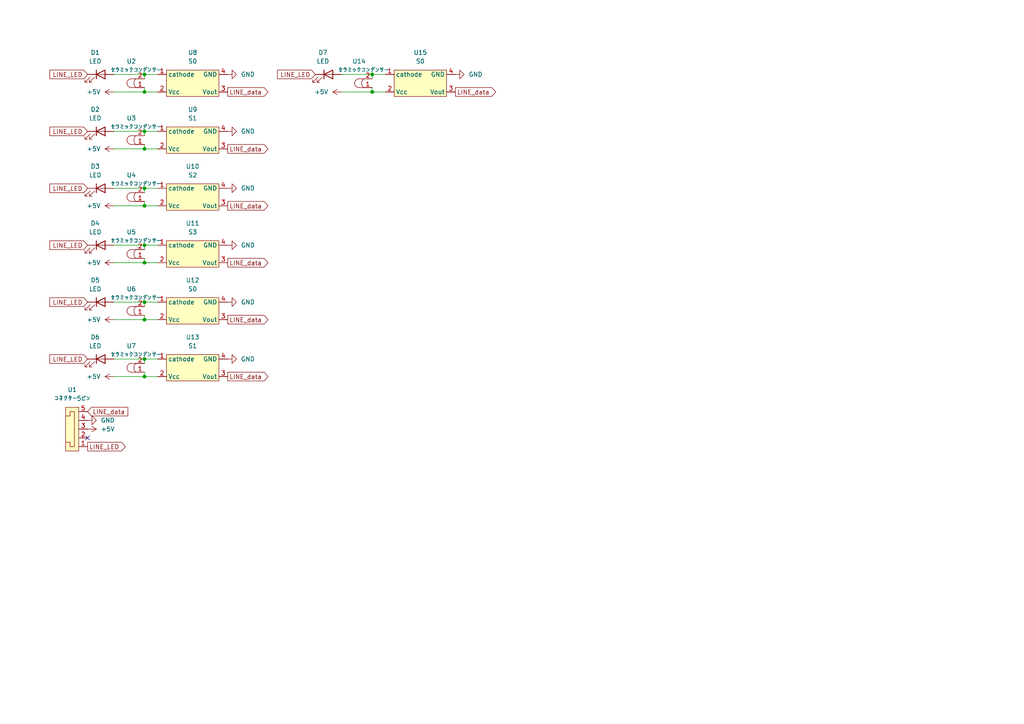
<source format=kicad_sch>
(kicad_sch (version 20211123) (generator eeschema)
  (paper "A4")
  (lib_symbols
    (symbol "Device:LED" (pin_numbers hide) (pin_names (offset 1.016) hide)
      (property "Reference" "D" (at 0 2.54 0))
      (property "Value" "LED" (at 0 -2.54 0))
      (symbol "LED_0_1"
        (polyline (pts (xy -1.27 -1.27) (xy -1.27 1.27)) (stroke (width 0.254)))
        (polyline (pts (xy -1.27 0) (xy 1.27 0)))
        (polyline (pts (xy 1.27 -1.27) (xy 1.27 1.27) (xy -1.27 0) (xy 1.27 -1.27)) (stroke (width 0.254)))
        (polyline (pts (xy -3.048 -0.762) (xy -4.572 -2.286) (xy -3.81 -2.286) (xy -4.572 -2.286) (xy -4.572 -1.524)))
        (polyline (pts (xy -1.778 -0.762) (xy -3.302 -2.286) (xy -2.54 -2.286) (xy -3.302 -2.286) (xy -3.302 -1.524)))
      )
      (symbol "LED_1_1"
        (pin passive line (at -3.81 0 0) (length 2.54) (name "K") (number "1"))
        (pin passive line (at 3.81 0 180) (length 2.54) (name "A") (number "2"))
      )
    )
    (symbol "power:+5V" (power) (pin_names (offset 0))
      (property "Value" "+5V" (at 0 3.556 0))
      (symbol "+5V_0_1"
        (polyline (pts (xy -0.762 1.27) (xy 0 2.54)))
        (polyline (pts (xy 0 0) (xy 0 2.54)))
        (polyline (pts (xy 0 2.54) (xy 0.762 1.27)))
      )
      (symbol "+5V_1_1"
        (pin power_in line (at 0 0 90) (length 0) hide (name "+5V") (number "1"))
      )
    )
    (symbol "power:GND" (power) (pin_names (offset 0))
      (property "Value" "GND" (at 0 -3.81 0))
      (symbol "GND_0_1"
        (polyline (pts (xy 0 0) (xy 0 -1.27) (xy 1.27 -1.27) (xy 0 -2.54) (xy -1.27 -1.27) (xy 0 -1.27)))
      )
      (symbol "GND_1_1"
        (pin power_in line (at 0 0 270) (length 0) hide (name "GND") (number "1"))
      )
    )
    (symbol "自分のシンボルエディター:S4282-51,S7136"
      (property "Reference" "U" (at 0 0 0))
      (property "Value" "S4282-51,S7136" (at 0 2.54 0))
      (symbol "S4282-51,S7136_0_1"
        (rectangle (start -7.62 -1.27) (end 7.62 -8.89) (fill (type background)))
      )
      (symbol "S4282-51,S7136_1_1"
        (pin input line (at -10.16 -2.54 0) (length 2.54) (name "cathode") (number "1"))
        (pin input line (at -10.16 -7.62 0) (length 2.54) (name "Vcc") (number "2"))
        (pin input line (at 10.16 -7.62 180) (length 2.54) (name "Vout") (number "3"))
        (pin input line (at 10.16 -2.54 180) (length 2.54) (name "GND") (number "4"))
      )
    )
    (symbol "自分のシンボルエディター:コネクター5ピン"
      (property "Reference" "U" (at 6.35 0 0))
      (property "Value" "コネクター5ピン" (at 0 0 0))
      (symbol "コネクター5ピン_0_1"
        (rectangle (start -6.35 -1.27) (end 6.35 -5.08) (fill (type background)))
        (polyline (pts (xy -3.81 -2.54) (xy -3.81 -1.27)))
        (polyline (pts (xy -3.81 -2.54) (xy -5.08 -2.54) (xy -5.08 -3.81) (xy 5.08 -3.81) (xy 5.08 -2.54) (xy 3.81 -2.54) (xy 3.81 -1.27)))
      )
      (symbol "コネクター5ピン_1_1"
        (pin input line (at -5.08 -7.62 90) (length 2.54) (name "") (number "1"))
        (pin input line (at -2.54 -7.62 90) (length 2.54) (name "") (number "2"))
        (pin input line (at 0 -7.62 90) (length 2.54) (name "") (number "3"))
        (pin input line (at 2.54 -7.62 90) (length 2.54) (name "") (number "4"))
        (pin input line (at 5.08 -7.62 90) (length 2.54) (name "") (number "5"))
      )
    )
    (symbol "自分のシンボルエディター:セラミックコンデンサー"
      (property "Reference" "U" (at 8.89 0 0))
      (property "Value" "セラミックコンデンサー" (at 0 0 0))
      (symbol "セラミックコンデンサー_0_1"
        (arc (start 0 -1.27) (mid -0.898 -1.642) (end -1.27 -2.54))
        (polyline (pts (xy -1.27 -2.54) (xy -1.27 -3.81)))
        (polyline (pts (xy 1.27 -2.54) (xy 1.27 -3.81)))
        (arc (start 1.27 -3.81) (mid 0 -3.284) (end -1.27 -3.81))
        (arc (start 1.2701 -2.5399) (mid 0.8981 -1.6419) (end 0.0001 -1.2699))
      )
      (symbol "セラミックコンデンサー_1_1"
        (pin input line (at -1.27 -6.35 90) (length 2.54) (name "") (number "1"))
        (pin input line (at 1.27 -6.35 90) (length 2.54) (name "") (number "2"))
      )
    )
  )
  (junction (at 41.91 38.1))
  (junction (at 41.91 87.63))
  (junction (at 41.91 92.71))
  (junction (at 41.91 43.18))
  (junction (at 41.91 26.67))
  (junction (at 41.91 54.61))
  (junction (at 41.91 104.14))
  (junction (at 41.91 109.22))
  (junction (at 107.95 21.59))
  (junction (at 41.91 71.12))
  (junction (at 41.91 59.69))
  (junction (at 41.91 76.2))
  (junction (at 107.95 26.67))
  (junction (at 41.91 21.59))
  (no_connect (at 25.4 127))
  (wire (pts (xy 41.91 21.59) (xy 33.02 21.59)))
  (wire (pts (xy 111.76 26.67) (xy 107.95 26.67)))
  (wire (pts (xy 41.91 87.63) (xy 41.91 88.9)))
  (wire (pts (xy 41.91 107.95) (xy 41.91 109.22)))
  (wire (pts (xy 41.91 71.12) (xy 41.91 72.39)))
  (wire (pts (xy 41.91 38.1) (xy 41.91 39.37)))
  (wire (pts (xy 45.72 43.18) (xy 41.91 43.18)))
  (wire (pts (xy 45.72 109.22) (xy 41.91 109.22)))
  (wire (pts (xy 107.95 25.4) (xy 107.95 26.67)))
  (wire (pts (xy 45.72 38.1) (xy 41.91 38.1)))
  (wire (pts (xy 41.91 87.63) (xy 33.02 87.63)))
  (wire (pts (xy 41.91 76.2) (xy 33.02 76.2)))
  (wire (pts (xy 45.72 26.67) (xy 41.91 26.67)))
  (wire (pts (xy 41.91 21.59) (xy 41.91 22.86)))
  (wire (pts (xy 41.91 92.71) (xy 33.02 92.71)))
  (wire (pts (xy 45.72 76.2) (xy 41.91 76.2)))
  (wire (pts (xy 41.91 54.61) (xy 33.02 54.61)))
  (wire (pts (xy 107.95 21.59) (xy 107.95 22.86)))
  (wire (pts (xy 107.95 21.59) (xy 99.06 21.59)))
  (wire (pts (xy 45.72 87.63) (xy 41.91 87.63)))
  (wire (pts (xy 41.91 38.1) (xy 33.02 38.1)))
  (wire (pts (xy 41.91 59.69) (xy 33.02 59.69)))
  (wire (pts (xy 41.91 26.67) (xy 33.02 26.67)))
  (wire (pts (xy 107.95 26.67) (xy 99.06 26.67)))
  (wire (pts (xy 41.91 74.93) (xy 41.91 76.2)))
  (wire (pts (xy 111.76 21.59) (xy 107.95 21.59)))
  (wire (pts (xy 41.91 109.22) (xy 33.02 109.22)))
  (wire (pts (xy 41.91 58.42) (xy 41.91 59.69)))
  (wire (pts (xy 45.72 71.12) (xy 41.91 71.12)))
  (wire (pts (xy 41.91 54.61) (xy 41.91 55.88)))
  (wire (pts (xy 41.91 91.44) (xy 41.91 92.71)))
  (wire (pts (xy 45.72 92.71) (xy 41.91 92.71)))
  (wire (pts (xy 45.72 54.61) (xy 41.91 54.61)))
  (wire (pts (xy 45.72 21.59) (xy 41.91 21.59)))
  (wire (pts (xy 41.91 104.14) (xy 33.02 104.14)))
  (wire (pts (xy 41.91 104.14) (xy 41.91 105.41)))
  (wire (pts (xy 45.72 104.14) (xy 41.91 104.14)))
  (wire (pts (xy 41.91 25.4) (xy 41.91 26.67)))
  (wire (pts (xy 45.72 59.69) (xy 41.91 59.69)))
  (wire (pts (xy 41.91 43.18) (xy 33.02 43.18)))
  (wire (pts (xy 41.91 41.91) (xy 41.91 43.18)))
  (wire (pts (xy 41.91 71.12) (xy 33.02 71.12)))
  (global_label "LINE_LED" (shape input) (at 25.4 104.14 180) (property "Intersheet References" "${INTERSHEET_REFS}" (effects hide)))
  (global_label "LINE_LED" (shape input) (at 25.4 87.63 180) (property "Intersheet References" "${INTERSHEET_REFS}" (effects hide)))
  (global_label "LINE_LED" (shape input) (at 91.44 21.59 180) (property "Intersheet References" "${INTERSHEET_REFS}" (effects hide)))
  (global_label "LINE_data" (shape output) (at 132.08 26.67 0) (property "Intersheet References" "${INTERSHEET_REFS}" (effects hide)))
  (global_label "LINE_data" (shape output) (at 66.04 59.69 0) (property "Intersheet References" "${INTERSHEET_REFS}" (effects hide)))
  (global_label "LINE_data" (shape input) (at 25.4 119.38 0) (property "Intersheet References" "${INTERSHEET_REFS}" (effects hide)))
  (global_label "LINE_data" (shape output) (at 66.04 76.2 0) (property "Intersheet References" "${INTERSHEET_REFS}" (effects hide)))
  (global_label "LINE_LED" (shape input) (at 25.4 21.59 180) (property "Intersheet References" "${INTERSHEET_REFS}" (effects hide)))
  (global_label "LINE_LED" (shape input) (at 25.4 71.12 180) (property "Intersheet References" "${INTERSHEET_REFS}" (effects hide)))
  (global_label "LINE_data" (shape output) (at 66.04 43.18 0) (property "Intersheet References" "${INTERSHEET_REFS}" (effects hide)))
  (global_label "LINE_LED" (shape input) (at 25.4 38.1 180) (property "Intersheet References" "${INTERSHEET_REFS}" (effects hide)))
  (global_label "LINE_LED" (shape output) (at 25.4 129.54 0) (property "Intersheet References" "${INTERSHEET_REFS}" (effects hide)))
  (global_label "LINE_data" (shape output) (at 66.04 109.22 0) (property "Intersheet References" "${INTERSHEET_REFS}" (effects hide)))
  (global_label "LINE_data" (shape output) (at 66.04 92.71 0) (property "Intersheet References" "${INTERSHEET_REFS}" (effects hide)))
  (global_label "LINE_LED" (shape input) (at 25.4 54.61 180) (property "Intersheet References" "${INTERSHEET_REFS}" (effects hide)))
  (global_label "LINE_data" (shape output) (at 66.04 26.67 0) (property "Intersheet References" "${INTERSHEET_REFS}" (effects hide)))
  (symbol (lib_id "自分のシンボルエディター:S4282-51,S7136") (at 55.88 35.56 0) (unit 1)
    (property "Reference" "U9" (at 55.88 31.75 0))
    (property "Value" "S1" (at 55.88 34.29 0))
    (property "Footprint" "自分のフットプリント:S4282-51,S7136" (effects hide))
  )
  (symbol (lib_id "Device:LED") (at 95.25 21.59 0) (unit 1)
    (property "Reference" "D7" (at 93.6625 15.24 0))
    (property "Value" "LED" (at 93.6625 17.78 0))
    (property "Footprint" "自分のフットプリント:LED" (effects hide))
  )
  (symbol (lib_id "自分のシンボルエディター:セラミックコンデンサー") (at 35.56 73.66 90) (unit 1)
    (property "Reference" "U5" (at 38.0999 67.31 90))
    (property "Value" "セラミックコンデンサー" (at 39.37 69.85 90))
    (property "Footprint" "自分のフットプリント:セラミックコンデンサー" (effects hide))
  )
  (symbol (lib_id "Device:LED") (at 29.21 54.61 0) (unit 1)
    (property "Reference" "D3" (at 27.6225 48.26 0))
    (property "Value" "LED" (at 27.6225 50.8 0))
    (property "Footprint" "自分のフットプリント:LED" (effects hide))
  )
  (symbol (lib_id "power:+5V") (at 33.02 43.18 90) (unit 1)
    (property "Reference" "#PWR0114" (effects hide))
    (property "Value" "+5V" (at 29.21 43.1799 90) (effects (justify left)))
  )
  (symbol (lib_id "自分のシンボルエディター:セラミックコンデンサー") (at 35.56 40.64 90) (unit 1)
    (property "Reference" "U3" (at 38.0999 34.29 90))
    (property "Value" "セラミックコンデンサー" (at 39.37 36.83 90))
    (property "Footprint" "自分のフットプリント:セラミックコンデンサー" (effects hide))
  )
  (symbol (lib_id "power:GND") (at 66.04 54.61 90) (unit 1)
    (property "Reference" "#PWR0110" (effects hide))
    (property "Value" "GND" (at 69.85 54.6099 90) (effects (justify right)))
  )
  (symbol (lib_id "Device:LED") (at 29.21 71.12 0) (unit 1)
    (property "Reference" "D4" (at 27.6225 64.77 0))
    (property "Value" "LED" (at 27.6225 67.31 0))
    (property "Footprint" "自分のフットプリント:LED" (effects hide))
  )
  (symbol (lib_id "power:+5V") (at 33.02 92.71 90) (unit 1)
    (property "Reference" "#PWR0104" (effects hide))
    (property "Value" "+5V" (at 29.21 92.7099 90) (effects (justify left)))
  )
  (symbol (lib_id "自分のシンボルエディター:S4282-51,S7136") (at 55.88 68.58 0) (unit 1)
    (property "Reference" "U11" (at 55.88 64.77 0))
    (property "Value" "S3" (at 55.88 67.31 0))
    (property "Footprint" "自分のフットプリント:S4282-51,S7136" (effects hide))
  )
  (symbol (lib_id "Device:LED") (at 29.21 87.63 0) (unit 1)
    (property "Reference" "D5" (at 27.6225 81.28 0))
    (property "Value" "LED" (at 27.6225 83.82 0))
    (property "Footprint" "自分のフットプリント:LED" (effects hide))
  )
  (symbol (lib_id "Device:LED") (at 29.21 21.59 0) (unit 1)
    (property "Reference" "D1" (at 27.6225 15.24 0))
    (property "Value" "LED" (at 27.6225 17.78 0))
    (property "Footprint" "自分のフットプリント:LED" (effects hide))
  )
  (symbol (lib_id "power:+5V") (at 33.02 76.2 90) (unit 1)
    (property "Reference" "#PWR0108" (effects hide))
    (property "Value" "+5V" (at 29.21 76.1999 90) (effects (justify left)))
  )
  (symbol (lib_id "power:GND") (at 25.4 121.92 90) (unit 1)
    (property "Reference" "#PWR0105" (effects hide))
    (property "Value" "GND" (at 29.21 121.9199 90) (effects (justify right)))
  )
  (symbol (lib_id "power:GND") (at 66.04 38.1 90) (unit 1)
    (property "Reference" "#PWR0112" (effects hide))
    (property "Value" "GND" (at 69.85 38.0999 90) (effects (justify right)))
  )
  (symbol (lib_id "自分のシンボルエディター:S4282-51,S7136") (at 55.88 52.07 0) (unit 1)
    (property "Reference" "U10" (at 55.88 48.26 0))
    (property "Value" "S2" (at 55.88 50.8 0))
    (property "Footprint" "自分のフットプリント:S4282-51,S7136" (effects hide))
  )
  (symbol (lib_id "power:+5V") (at 99.06 26.67 90) (unit 1)
    (property "Reference" "#PWR0115" (effects hide))
    (property "Value" "+5V" (at 95.25 26.6699 90) (effects (justify left)))
  )
  (symbol (lib_id "power:GND") (at 66.04 71.12 90) (unit 1)
    (property "Reference" "#PWR0109" (effects hide))
    (property "Value" "GND" (at 69.85 71.1199 90) (effects (justify right)))
  )
  (symbol (lib_id "自分のシンボルエディター:セラミックコンデンサー") (at 35.56 24.13 90) (unit 1)
    (property "Reference" "U2" (at 38.0999 17.78 90))
    (property "Value" "セラミックコンデンサー" (at 39.37 20.32 90))
    (property "Footprint" "自分のフットプリント:セラミックコンデンサー" (effects hide))
  )
  (symbol (lib_id "自分のシンボルエディター:S4282-51,S7136") (at 121.92 19.05 0) (unit 1)
    (property "Reference" "U15" (at 121.92 15.24 0))
    (property "Value" "S0" (at 121.92 17.78 0))
    (property "Footprint" "自分のフットプリント:S4282-51,S7136" (effects hide))
  )
  (symbol (lib_id "自分のシンボルエディター:S4282-51,S7136") (at 55.88 101.6 0) (unit 1)
    (property "Reference" "U13" (at 55.88 97.79 0))
    (property "Value" "S1" (at 55.88 100.33 0))
    (property "Footprint" "自分のフットプリント:S4282-51,S7136" (effects hide))
  )
  (symbol (lib_id "power:GND") (at 66.04 21.59 90) (unit 1)
    (property "Reference" "#PWR0113" (effects hide))
    (property "Value" "GND" (at 69.85 21.5899 90) (effects (justify right)))
  )
  (symbol (lib_id "power:+5V") (at 33.02 109.22 90) (unit 1)
    (property "Reference" "#PWR0103" (effects hide))
    (property "Value" "+5V" (at 29.21 109.2199 90) (effects (justify left)))
  )
  (symbol (lib_id "power:GND") (at 66.04 87.63 90) (unit 1)
    (property "Reference" "#PWR0102" (effects hide))
    (property "Value" "GND" (at 69.85 87.6299 90) (effects (justify right)))
  )
  (symbol (lib_id "自分のシンボルエディター:セラミックコンデンサー") (at 101.6 24.13 90) (unit 1)
    (property "Reference" "U14" (at 104.1399 17.78 90))
    (property "Value" "セラミックコンデンサー" (at 105.41 20.32 90))
    (property "Footprint" "自分のフットプリント:セラミックコンデンサー" (effects hide))
  )
  (symbol (lib_id "power:+5V") (at 33.02 59.69 90) (unit 1)
    (property "Reference" "#PWR0107" (effects hide))
    (property "Value" "+5V" (at 29.21 59.6899 90) (effects (justify left)))
  )
  (symbol (lib_id "Device:LED") (at 29.21 104.14 0) (unit 1)
    (property "Reference" "D6" (at 27.6225 97.79 0))
    (property "Value" "LED" (at 27.6225 100.33 0))
    (property "Footprint" "自分のフットプリント:LED" (effects hide))
  )
  (symbol (lib_id "自分のシンボルエディター:S4282-51,S7136") (at 55.88 85.09 0) (unit 1)
    (property "Reference" "U12" (at 55.88 81.28 0))
    (property "Value" "S0" (at 55.88 83.82 0))
    (property "Footprint" "自分のフットプリント:S4282-51,S7136" (effects hide))
  )
  (symbol (lib_id "power:GND") (at 66.04 104.14 90) (unit 1)
    (property "Reference" "#PWR0101" (effects hide))
    (property "Value" "GND" (at 69.85 104.1399 90) (effects (justify right)))
  )
  (symbol (lib_id "自分のシンボルエディター:セラミックコンデンサー") (at 35.56 90.17 90) (unit 1)
    (property "Reference" "U6" (at 38.0999 83.82 90))
    (property "Value" "セラミックコンデンサー" (at 39.37 86.36 90))
    (property "Footprint" "自分のフットプリント:セラミックコンデンサー" (effects hide))
  )
  (symbol (lib_id "power:+5V") (at 25.4 124.46 270) (unit 1)
    (property "Reference" "#PWR0106" (effects hide))
    (property "Value" "+5V" (at 29.21 124.4599 90) (effects (justify left)))
  )
  (symbol (lib_id "power:+5V") (at 33.02 26.67 90) (unit 1)
    (property "Reference" "#PWR0111" (effects hide))
    (property "Value" "+5V" (at 29.21 26.6699 90) (effects (justify left)))
  )
  (symbol (lib_id "Device:LED") (at 29.21 38.1 0) (unit 1)
    (property "Reference" "D2" (at 27.6225 31.75 0))
    (property "Value" "LED" (at 27.6225 34.29 0))
    (property "Footprint" "自分のフットプリント:LED" (effects hide))
  )
  (symbol (lib_id "自分のシンボルエディター:コネクター5ピン") (at 17.78 124.46 90) (unit 1)
    (property "Reference" "U1" (at 20.955 113.03 90))
    (property "Value" "コネクター5ピン" (at 20.955 115.57 90))
    (property "Footprint" "自分のフットプリント:L字コネクター5ピン" (effects hide))
  )
  (symbol (lib_id "自分のシンボルエディター:セラミックコンデンサー") (at 35.56 106.68 90) (unit 1)
    (property "Reference" "U7" (at 38.0999 100.33 90))
    (property "Value" "セラミックコンデンサー" (at 39.37 102.87 90))
    (property "Footprint" "自分のフットプリント:セラミックコンデンサー" (effects hide))
  )
  (symbol (lib_id "power:GND") (at 132.08 21.59 90) (unit 1)
    (property "Reference" "#PWR0116" (effects hide))
    (property "Value" "GND" (at 135.89 21.5899 90) (effects (justify right)))
  )
  (symbol (lib_id "自分のシンボルエディター:S4282-51,S7136") (at 55.88 19.05 0) (unit 1)
    (property "Reference" "U8" (at 55.88 15.24 0))
    (property "Value" "S0" (at 55.88 17.78 0))
    (property "Footprint" "自分のフットプリント:S4282-51,S7136" (effects hide))
  )
  (symbol (lib_id "自分のシンボルエディター:セラミックコンデンサー") (at 35.56 57.15 90) (unit 1)
    (property "Reference" "U4" (at 38.0999 50.8 90))
    (property "Value" "セラミックコンデンサー" (at 39.37 53.34 90))
    (property "Footprint" "自分のフットプリント:セラミックコンデンサー" (effects hide))
  )
)
</source>
